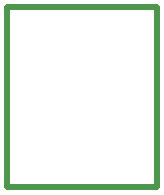
<source format=gko>
G04*
G04 #@! TF.GenerationSoftware,Altium Limited,Altium Designer,22.9.1 (49)*
G04*
G04 Layer_Color=16711935*
%FSLAX44Y44*%
%MOMM*%
G71*
G04*
G04 #@! TF.SameCoordinates,4D2C501F-B6D0-499F-BBB1-D8B4D61A6739*
G04*
G04*
G04 #@! TF.FilePolarity,Positive*
G04*
G01*
G75*
%ADD21C,0.5080*%
D21*
X0Y0D02*
Y152400D01*
X127000D01*
Y0D02*
Y152400D01*
X0Y0D02*
X127000D01*
M02*

</source>
